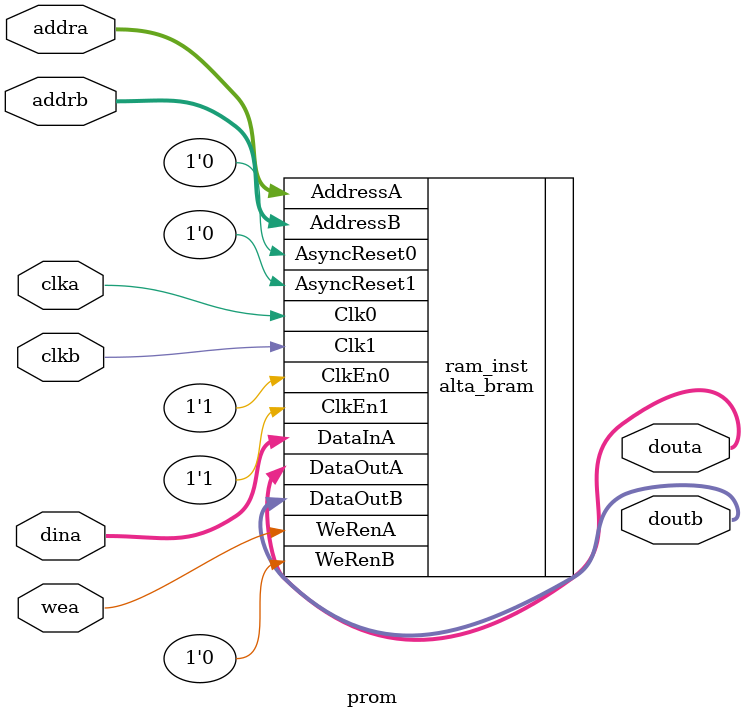
<source format=v>
`timescale 1ns/1ps
module prom(
   input clka,
   input clkb,

   input [6:0] addra,
   input [6:0] addrb,

   output [35:0] douta,
   output [35:0] doutb,

   input wea,
   input [35:0] dina
);


alta_bram ram_inst (
  .DataInA(dina), 
  .AddressA(addra), .AddressB(addrb),
  .DataOutA(douta), .DataOutB(doutb),
  .Clk0(clka), .ClkEn0(1'b1), .AsyncReset0(1'b0),
  .Clk1(clkb), .ClkEn1(1'b1), .AsyncReset1(1'b0),
  .WeRenA(wea), .WeRenB(1'b0)
);

defparam ram_inst.PORTA_WIDTH     = 36;
defparam ram_inst.PORTB_WIDTH     = 36;
defparam ram_inst.CLKMODE         = "read_write";
defparam ram_inst.PORTB_READONLY  = 1'b1;
defparam ram_inst.PORTA_OUTREG    = 1'b0;
defparam ram_inst.PORTB_OUTREG    = 1'b0;
defparam ram_inst.PORTA_WRITEMODE = 1'b0;
defparam ram_inst.PORTB_WRITEMODE = 1'b0;
defparam ram_inst.PORTA_WRITETHRU = 1'b0;
defparam ram_inst.PORTB_WRITETHRU = 1'b0;
defparam ram_inst.INIT_VAL        = 4608'hf70a825ca74b2de9ef0d77a973d13517857ad2b60ac1f6d468a97e57dc84305f5c444cc1ad08fa8cc8ec839a57d6a58f1f49916ea3015c6970698de2215ac5d1779ccab6fff7f630494953941150fa26da2455dea0288ee9003adf11ad2186ea58e16e618610f99d614d5ec815f6dceb6bc5f2a8c9823b2a0330c325ee1035bf65490321dd7a6f6173fe38204c86b4f2d71e40a4f554aaa572ba8e4a93652dada229bb1fb959930b2bdbe7950b69234219e233c5b0d99732948c5b810305e7734fc29270768687c32b36a91c631bb73816fe6ee45e1b0cce6794a2d331fdd83d1f9b491444324e1e7f6b6622ae71383e98427a3e5ee2b411f67c63ecf702cc3631fb44bf046e208d857dc556e717351e1a60be83cfcbcc509d58f16d8544fa0604eee66fcc6110350859cc95c86949286a81addf3fb88f2be190dcfbb5343f35abcf6890efcf2063d7137324356a0ad23ef44cce89fd36038bf5fe999db49b20ed733c4dbe4247d4d83a6ada678e40d4e0ea12c2837f1d7baaba2ff2c8c06bd5b13e4395371741fbc08b5b36784d3c180208a68c548f327d219a3a9e6c15d00727b2cd82a6172005fa2c394c2f4f9405d3b42e529713712dfa77620090f69cfd7d309d882cc8921fafb0e4a4f9f79ac6d04efb96f8ab5dd1c0d4de5bc4320518cb3dae391c977a73e70dda5f96ec156b9608cffcd99dae35e58c8bee6d3e918a05e386b07c8fc1c1b5c54d6d57908b72a3796da218f6ef4a48e81fdbbdca0e721e9f2120301c6ebc4cc51fc6a41a914eea1476525472a5d9880080747bf85007;



endmodule

</source>
